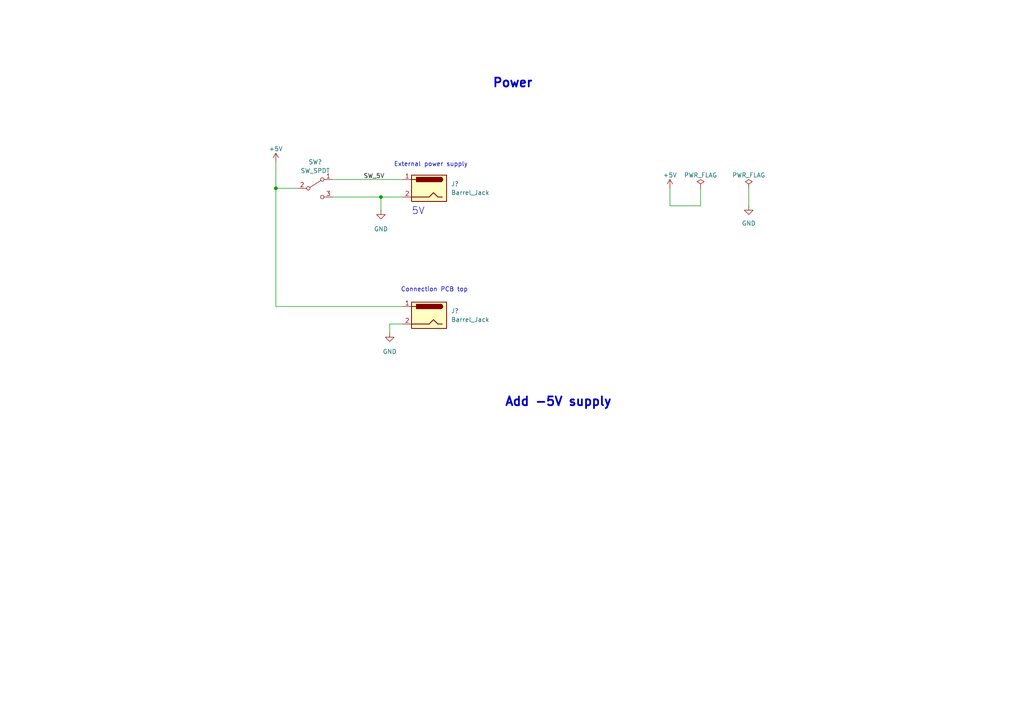
<source format=kicad_sch>
(kicad_sch (version 20250114) (generator "eeschema") (generator_version "9.0")
  (paper "A4")
  (lib_symbols
    (symbol "Connector:Barrel_Jack" (pin_names (offset 1.016))
      (property "Reference" "J" (at 0 5.334 0))
      (property "Value" "Barrel_Jack" (at 0 -5.08 0))
      (symbol "Barrel_Jack_0_1"
        (rectangle (start -5.08 3.81) (end 5.08 -3.81) (stroke (width 0.254)) (fill (type background)))
        (polyline (pts (xy -3.81 -2.54) (xy -2.54 -2.54) (xy -1.27 -1.27) (xy 0 -2.54) (xy 2.54 -2.54) (xy 5.08 -2.54)) (stroke (width 0.254)))
        (arc (start -3.302 1.905) (mid -3.9343 2.54) (end -3.302 3.175) (stroke (width 0.254)))
        (arc (start -3.302 1.905) (mid -3.9343 2.54) (end -3.302 3.175) (stroke (width 0.254)) (fill (type outline)))
        (rectangle (start 3.683 3.175) (end -3.302 1.905) (stroke (width 0.254)) (fill (type outline)))
        (polyline (pts (xy 5.08 2.54) (xy 3.81 2.54)) (stroke (width 0.254)))
      )
      (symbol "Barrel_Jack_1_1"
        (pin passive line (at 7.62 2.54 180) (length 2.54) (name "~") (number "1"))
        (pin passive line (at 7.62 -2.54 180) (length 2.54) (name "~") (number "2"))
      )
    )
    (symbol "Switch:SW_SPDT" (pin_names (offset 0) (hide yes))
      (property "Reference" "SW" (at 0 4.318 0))
      (property "Value" "SW_SPDT" (at 0 -5.08 0))
      (symbol "SW_SPDT_0_0"
        (circle (center -2.032 0) (radius 0.508))
        (circle (center 2.032 -2.54) (radius 0.508))
      )
      (symbol "SW_SPDT_0_1"
        (polyline (pts (xy -1.524 0.254) (xy 1.651 2.286)))
        (circle (center 2.032 2.54) (radius 0.508))
      )
      (symbol "SW_SPDT_1_1"
        (pin passive line (at -5.08 0 0) (length 2.54) (name "B") (number "2"))
        (pin passive line (at 5.08 2.54 180) (length 2.54) (name "A") (number "1"))
        (pin passive line (at 5.08 -2.54 180) (length 2.54) (name "C") (number "3"))
      )
    )
    (symbol "power:+5V" (power) (pin_names (offset 0))
      (property "Value" "+5V" (at 0 3.556 0))
      (symbol "+5V_0_1"
        (polyline (pts (xy -0.762 1.27) (xy 0 2.54)))
        (polyline (pts (xy 0 2.54) (xy 0.762 1.27)))
        (polyline (pts (xy 0 0) (xy 0 2.54)))
      )
      (symbol "+5V_1_1"
        (pin power_in line (at 0 0 90) (length 0) (hide yes) (name "+5V") (number "1"))
      )
    )
    (symbol "power:GND" (power) (pin_names (offset 0))
      (property "Value" "GND" (at 0 -3.81 0))
      (symbol "GND_0_1"
        (polyline (pts (xy 0 0) (xy 0 -1.27) (xy 1.27 -1.27) (xy 0 -2.54) (xy -1.27 -1.27) (xy 0 -1.27)))
      )
      (symbol "GND_1_1"
        (pin power_in line (at 0 0 270) (length 0) (hide yes) (name "GND") (number "1"))
      )
    )
    (symbol "power:PWR_FLAG" (power) (pin_numbers (hide yes)) (pin_names (offset 0) (hide yes))
      (property "Value" "PWR_FLAG" (at 0 3.81 0))
      (symbol "PWR_FLAG_0_0"
        (pin power_out line (at 0 0 90) (length 0) (name "pwr") (number "1"))
      )
      (symbol "PWR_FLAG_0_1"
        (polyline (pts (xy 0 0) (xy 0 1.27) (xy -1.016 1.905) (xy 0 2.54) (xy 1.016 1.905) (xy 0 1.27)))
      )
    )
  )
  (text "External power supply" (at 124.968 47.752 0) (effects (font (size 1.27 1.27))))
  (text "Power" (at 142.748 25.654 0) (effects (font (size 2.54 2.54) (thickness 0.508) (bold yes)) (justify left bottom)))
  (text "5V" (at 119.38 62.484 0) (effects (font (size 2.032 2.032)) (justify left bottom)))
  (text "Connection PCB top" (at 125.984 84.074 0) (effects (font (size 1.27 1.27))))
  (text "Add -5V supply" (at 146.304 118.11 0) (effects (font (size 2.54 2.54) (thickness 0.508) (bold yes)) (justify left bottom)))
  (junction (at 110.49 57.15))
  (junction (at 80.01 54.61))
  (wire (pts (xy 86.36 54.61) (xy 80.01 54.61)))
  (wire (pts (xy 96.52 52.07) (xy 116.84 52.07)))
  (wire (pts (xy 96.52 57.15) (xy 110.49 57.15)))
  (wire (pts (xy 110.49 57.15) (xy 110.49 60.96)))
  (wire (pts (xy 80.01 54.61) (xy 80.01 88.9)))
  (wire (pts (xy 113.03 93.98) (xy 113.03 96.52)))
  (wire (pts (xy 116.84 93.98) (xy 113.03 93.98)))
  (wire (pts (xy 80.01 46.99) (xy 80.01 54.61)))
  (wire (pts (xy 194.31 54.61) (xy 194.31 59.69)))
  (wire (pts (xy 110.49 57.15) (xy 116.84 57.15)))
  (wire (pts (xy 203.2 54.61) (xy 203.2 59.69)))
  (wire (pts (xy 217.17 54.61) (xy 217.17 59.69)))
  (wire (pts (xy 80.01 88.9) (xy 116.84 88.9)))
  (wire (pts (xy 203.2 59.69) (xy 194.31 59.69)))
  (label "SW_5V" (at 105.41 52.07 0))
  (symbol (lib_id "power:+5V") (at 194.31 54.61 0) (unit 1)
    (property "Reference" "#PWR0342" (effects (hide yes)))
    (property "Value" "+5V" (at 194.31 50.8 0))
  )
  (symbol (lib_id "power:GND") (at 217.17 59.69 0) (unit 1)
    (property "Reference" "#PWR0343" (effects (hide yes)))
    (property "Value" "GND" (at 217.17 64.77 0))
  )
  (symbol (lib_id "Connector:Barrel_Jack") (at 124.46 54.61 0) (mirror y) (unit 1)
    (property "Reference" "J?" (at 130.81 53.3399 0) (effects (justify right)))
    (property "Value" "Barrel_Jack" (at 130.81 55.8799 0) (effects (justify right)))
    (property "Footprint" "arena_custom:DCJACK_2PIN_HIGHCURRENT" (effects (hide yes)))
  )
  (symbol (lib_id "Switch:SW_SPDT") (at 91.44 54.61 0) (unit 1)
    (property "Reference" "SW?" (at 91.44 46.99 0))
    (property "Value" "SW_SPDT" (at 91.44 49.53 0))
    (property "Footprint" "arena_custom:slide_switch" (effects (hide yes)))
  )
  (symbol (lib_id "power:GND") (at 110.49 60.96 0) (unit 1)
    (property "Reference" "#PWR0341" (effects (hide yes)))
    (property "Value" "GND" (at 110.49 66.421 0))
  )
  (symbol (lib_id "power:PWR_FLAG") (at 217.17 54.61 0) (unit 1)
    (property "Reference" "#FLG03" (effects (hide yes)))
    (property "Value" "PWR_FLAG" (at 217.17 50.8 0))
  )
  (symbol (lib_id "power:PWR_FLAG") (at 203.2 54.61 0) (unit 1)
    (property "Reference" "#FLG01" (effects (hide yes)))
    (property "Value" "PWR_FLAG" (at 203.2 50.8 0))
  )
  (symbol (lib_id "power:GND") (at 113.03 96.52 0) (unit 1)
    (property "Reference" "#PWR0561" (effects (hide yes)))
    (property "Value" "GND" (at 113.03 101.981 0))
  )
  (symbol (lib_id "power:+5V") (at 80.01 46.99 0) (unit 1)
    (property "Reference" "#PWR0340" (effects (hide yes)))
    (property "Value" "+5V" (at 80.01 43.18 0))
  )
  (symbol (lib_id "Connector:Barrel_Jack") (at 124.46 91.44 0) (mirror y) (unit 1)
    (property "Reference" "J?" (at 130.81 90.1699 0) (effects (justify right)))
    (property "Value" "Barrel_Jack" (at 130.81 92.7099 0) (effects (justify right)))
    (property "Footprint" "arena_custom:DCJACK_2PIN_HIGHCURRENT" (effects (hide yes)))
  )
)
</source>
